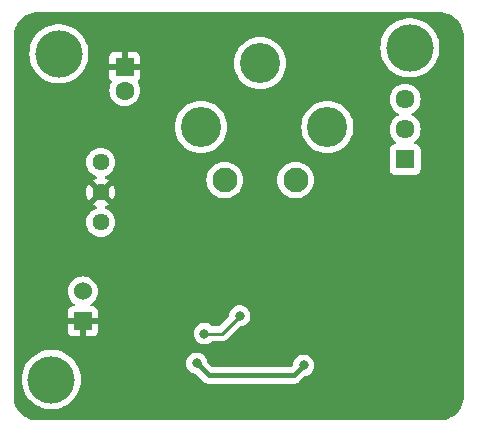
<source format=gbr>
%TF.GenerationSoftware,KiCad,Pcbnew,8.0.2*%
%TF.CreationDate,2024-09-30T17:15:13+02:00*%
%TF.ProjectId,AIR Controller,41495220-436f-46e7-9472-6f6c6c65722e,rev?*%
%TF.SameCoordinates,Original*%
%TF.FileFunction,Copper,L2,Bot*%
%TF.FilePolarity,Positive*%
%FSLAX46Y46*%
G04 Gerber Fmt 4.6, Leading zero omitted, Abs format (unit mm)*
G04 Created by KiCad (PCBNEW 8.0.2) date 2024-09-30 17:15:13*
%MOMM*%
%LPD*%
G01*
G04 APERTURE LIST*
%TA.AperFunction,ComponentPad*%
%ADD10C,2.100000*%
%TD*%
%TA.AperFunction,ComponentPad*%
%ADD11C,3.400000*%
%TD*%
%TA.AperFunction,ComponentPad*%
%ADD12C,4.000000*%
%TD*%
%TA.AperFunction,ComponentPad*%
%ADD13R,1.610000X1.610000*%
%TD*%
%TA.AperFunction,ComponentPad*%
%ADD14C,1.610000*%
%TD*%
%TA.AperFunction,ComponentPad*%
%ADD15R,1.530000X1.530000*%
%TD*%
%TA.AperFunction,ComponentPad*%
%ADD16C,1.530000*%
%TD*%
%TA.AperFunction,ComponentPad*%
%ADD17C,1.440000*%
%TD*%
%TA.AperFunction,ComponentPad*%
%ADD18R,1.600000X1.600000*%
%TD*%
%TA.AperFunction,ComponentPad*%
%ADD19C,1.600000*%
%TD*%
%TA.AperFunction,ViaPad*%
%ADD20C,0.800000*%
%TD*%
%TA.AperFunction,Conductor*%
%ADD21C,0.250000*%
%TD*%
%TA.AperFunction,Conductor*%
%ADD22C,0.400000*%
%TD*%
G04 APERTURE END LIST*
D10*
%TO.P,K2,1*%
%TO.N,Net-(K2-Pad1)*%
X173719500Y-65006500D03*
D11*
%TO.P,K2,2*%
%TO.N,/SC in*%
X176419500Y-60506500D03*
%TO.P,K2,3*%
%TO.N,unconnected-(K2-Pad3)*%
X170719500Y-55106500D03*
%TO.P,K2,4*%
%TO.N,/SC out*%
X165719500Y-60506500D03*
D10*
%TO.P,K2,5*%
%TO.N,+12V*%
X167719500Y-65006500D03*
%TD*%
D12*
%TO.P,,1*%
%TO.N,N/C*%
X153682000Y-54308000D03*
%TD*%
D13*
%TO.P,J1,1,1*%
%TO.N,/Raw_Relay_Closed*%
X183000000Y-63246000D03*
D14*
%TO.P,J1,2,2*%
%TO.N,/SC in*%
X183000000Y-60706000D03*
%TO.P,J1,3,3*%
%TO.N,/SC out*%
X183000000Y-58166000D03*
%TD*%
D15*
%TO.P,J3,1,1*%
%TO.N,GND*%
X155702000Y-76962000D03*
D16*
%TO.P,J3,2,2*%
%TO.N,+12V*%
X155702000Y-74422000D03*
%TD*%
D12*
%TO.P,,1*%
%TO.N,N/C*%
X183400000Y-53800000D03*
%TD*%
%TO.P,,1*%
%TO.N,N/C*%
X153047000Y-81892400D03*
%TD*%
D17*
%TO.P,U1,1,+VIN*%
%TO.N,+12V*%
X157226000Y-68580000D03*
%TO.P,U1,2,GND*%
%TO.N,GND*%
X157226000Y-66040000D03*
%TO.P,U1,3,+VOUT*%
%TO.N,+5V*%
X157226000Y-63500000D03*
%TD*%
D18*
%TO.P,C1,1*%
%TO.N,GND*%
X159258000Y-55432888D03*
D19*
%TO.P,C1,2*%
%TO.N,+12V*%
X159258000Y-57432888D03*
%TD*%
D20*
%TO.N,GND*%
X165500000Y-84000000D03*
X174500000Y-69000000D03*
X177500000Y-84000000D03*
X177139651Y-73289901D03*
X177500000Y-78000000D03*
X186500000Y-78000000D03*
X165389000Y-73414000D03*
%TO.N,+5V*%
X166000000Y-78000000D03*
X169000000Y-76500000D03*
%TO.N,/Relay_Closed*%
X165354000Y-80518000D03*
X174396400Y-80702800D03*
%TD*%
D21*
%TO.N,+5V*%
X166000000Y-78000000D02*
X167500000Y-78000000D01*
X167500000Y-78000000D02*
X169000000Y-76500000D01*
D22*
%TO.N,/Relay_Closed*%
X174396400Y-80702800D02*
X173565200Y-81534000D01*
X173565200Y-81534000D02*
X166370000Y-81534000D01*
X166370000Y-81534000D02*
X165354000Y-80518000D01*
%TD*%
%TA.AperFunction,Conductor*%
%TO.N,GND*%
G36*
X185961121Y-50800020D02*
G01*
X186095109Y-50802409D01*
X186110528Y-50803650D01*
X186376897Y-50841948D01*
X186394184Y-50845708D01*
X186651313Y-50921209D01*
X186667887Y-50927391D01*
X186777159Y-50977293D01*
X186911659Y-51038717D01*
X186927173Y-51047188D01*
X187152628Y-51192080D01*
X187166783Y-51202676D01*
X187314851Y-51330977D01*
X187369317Y-51378172D01*
X187381827Y-51390682D01*
X187557320Y-51593212D01*
X187567921Y-51607374D01*
X187712808Y-51832821D01*
X187721284Y-51848345D01*
X187832608Y-52092112D01*
X187838791Y-52108688D01*
X187914290Y-52365814D01*
X187918051Y-52383102D01*
X187956348Y-52649463D01*
X187957590Y-52664898D01*
X187959980Y-52798877D01*
X187960000Y-52801089D01*
X187960000Y-83342910D01*
X187959980Y-83345122D01*
X187957590Y-83479101D01*
X187956348Y-83494536D01*
X187918051Y-83760897D01*
X187914290Y-83778185D01*
X187838791Y-84035311D01*
X187832608Y-84051887D01*
X187721284Y-84295654D01*
X187712805Y-84311183D01*
X187567922Y-84536624D01*
X187557320Y-84550787D01*
X187381827Y-84753317D01*
X187369317Y-84765827D01*
X187166787Y-84941320D01*
X187152624Y-84951922D01*
X186927183Y-85096805D01*
X186911654Y-85105284D01*
X186667887Y-85216608D01*
X186651311Y-85222791D01*
X186394185Y-85298290D01*
X186376897Y-85302051D01*
X186110536Y-85340348D01*
X186095101Y-85341590D01*
X185964818Y-85343914D01*
X185961120Y-85343980D01*
X185958910Y-85344000D01*
X151861090Y-85344000D01*
X151858879Y-85343980D01*
X151855015Y-85343911D01*
X151724898Y-85341590D01*
X151709463Y-85340348D01*
X151443102Y-85302051D01*
X151425814Y-85298290D01*
X151168688Y-85222791D01*
X151152112Y-85216608D01*
X150908345Y-85105284D01*
X150892821Y-85096808D01*
X150667374Y-84951921D01*
X150653212Y-84941320D01*
X150450682Y-84765827D01*
X150438172Y-84753317D01*
X150262679Y-84550787D01*
X150252077Y-84536624D01*
X150159711Y-84392900D01*
X150107188Y-84311173D01*
X150098715Y-84295654D01*
X150089382Y-84275218D01*
X149987391Y-84051887D01*
X149981208Y-84035311D01*
X149973134Y-84007815D01*
X149905708Y-83778184D01*
X149901948Y-83760897D01*
X149879892Y-83607492D01*
X149863650Y-83494528D01*
X149862409Y-83479109D01*
X149860020Y-83345121D01*
X149860000Y-83342910D01*
X149860000Y-81892394D01*
X150541556Y-81892394D01*
X150541556Y-81892405D01*
X150561310Y-82206404D01*
X150561311Y-82206411D01*
X150620270Y-82515483D01*
X150717497Y-82814716D01*
X150717499Y-82814721D01*
X150851461Y-83099403D01*
X150851464Y-83099409D01*
X151020051Y-83365061D01*
X151020054Y-83365065D01*
X151220606Y-83607490D01*
X151220608Y-83607492D01*
X151449968Y-83822876D01*
X151449978Y-83822884D01*
X151704504Y-84007808D01*
X151704509Y-84007810D01*
X151704516Y-84007816D01*
X151980234Y-84159394D01*
X151980239Y-84159396D01*
X151980241Y-84159397D01*
X151980242Y-84159398D01*
X152272771Y-84275218D01*
X152272774Y-84275219D01*
X152577523Y-84353465D01*
X152577527Y-84353466D01*
X152643010Y-84361738D01*
X152889670Y-84392899D01*
X152889679Y-84392899D01*
X152889682Y-84392900D01*
X152889684Y-84392900D01*
X153204316Y-84392900D01*
X153204318Y-84392900D01*
X153204321Y-84392899D01*
X153204329Y-84392899D01*
X153390593Y-84369368D01*
X153516473Y-84353466D01*
X153821225Y-84275219D01*
X153821228Y-84275218D01*
X154113757Y-84159398D01*
X154113758Y-84159397D01*
X154113756Y-84159397D01*
X154113766Y-84159394D01*
X154389484Y-84007816D01*
X154644030Y-83822878D01*
X154873390Y-83607494D01*
X155073947Y-83365063D01*
X155242537Y-83099407D01*
X155376503Y-82814715D01*
X155473731Y-82515479D01*
X155532688Y-82206415D01*
X155552444Y-81892400D01*
X155533851Y-81596875D01*
X155532689Y-81578395D01*
X155532688Y-81578388D01*
X155532688Y-81578385D01*
X155473731Y-81269321D01*
X155376503Y-80970085D01*
X155242537Y-80685393D01*
X155165454Y-80563929D01*
X155136307Y-80518000D01*
X164448540Y-80518000D01*
X164468326Y-80706256D01*
X164468327Y-80706259D01*
X164526818Y-80886277D01*
X164526821Y-80886284D01*
X164621467Y-81050216D01*
X164640257Y-81071084D01*
X164748129Y-81190888D01*
X164901265Y-81302148D01*
X164901270Y-81302151D01*
X165074191Y-81379142D01*
X165074193Y-81379142D01*
X165074197Y-81379144D01*
X165229130Y-81412075D01*
X165290607Y-81445266D01*
X165291026Y-81445683D01*
X165923453Y-82078111D01*
X165923454Y-82078112D01*
X166038192Y-82154777D01*
X166162833Y-82206404D01*
X166165672Y-82207580D01*
X166165676Y-82207580D01*
X166165677Y-82207581D01*
X166301003Y-82234500D01*
X166301006Y-82234500D01*
X173634196Y-82234500D01*
X173725240Y-82216389D01*
X173769528Y-82207580D01*
X173833269Y-82181177D01*
X173897007Y-82154777D01*
X173897008Y-82154776D01*
X173897011Y-82154775D01*
X174011743Y-82078114D01*
X174459374Y-81630481D01*
X174520694Y-81596999D01*
X174521110Y-81596909D01*
X174676203Y-81563944D01*
X174849130Y-81486951D01*
X175002271Y-81375688D01*
X175128933Y-81235016D01*
X175223579Y-81071084D01*
X175282074Y-80891056D01*
X175301860Y-80702800D01*
X175282074Y-80514544D01*
X175223579Y-80334516D01*
X175128933Y-80170584D01*
X175002271Y-80029912D01*
X175002270Y-80029911D01*
X174849134Y-79918651D01*
X174849129Y-79918648D01*
X174676207Y-79841657D01*
X174676202Y-79841655D01*
X174530401Y-79810665D01*
X174491046Y-79802300D01*
X174301754Y-79802300D01*
X174269297Y-79809198D01*
X174116597Y-79841655D01*
X174116592Y-79841657D01*
X173943670Y-79918648D01*
X173943665Y-79918651D01*
X173790529Y-80029911D01*
X173663866Y-80170585D01*
X173569221Y-80334515D01*
X173569218Y-80334522D01*
X173510727Y-80514539D01*
X173510725Y-80514550D01*
X173505534Y-80563929D01*
X173478949Y-80628543D01*
X173469896Y-80638646D01*
X173311360Y-80797182D01*
X173250040Y-80830666D01*
X173223681Y-80833500D01*
X166711519Y-80833500D01*
X166644480Y-80813815D01*
X166623838Y-80797181D01*
X166280503Y-80453846D01*
X166247018Y-80392523D01*
X166244865Y-80379143D01*
X166239674Y-80329744D01*
X166187959Y-80170584D01*
X166181181Y-80149722D01*
X166181180Y-80149721D01*
X166181179Y-80149716D01*
X166086533Y-79985784D01*
X165959871Y-79845112D01*
X165955116Y-79841657D01*
X165806734Y-79733851D01*
X165806729Y-79733848D01*
X165633807Y-79656857D01*
X165633802Y-79656855D01*
X165485818Y-79625401D01*
X165448646Y-79617500D01*
X165259354Y-79617500D01*
X165226897Y-79624398D01*
X165074197Y-79656855D01*
X165074192Y-79656857D01*
X164901270Y-79733848D01*
X164901265Y-79733851D01*
X164748129Y-79845111D01*
X164621466Y-79985785D01*
X164526821Y-80149715D01*
X164526818Y-80149722D01*
X164517855Y-80177309D01*
X164468326Y-80329744D01*
X164448540Y-80518000D01*
X155136307Y-80518000D01*
X155073948Y-80419738D01*
X155073945Y-80419734D01*
X154873393Y-80177309D01*
X154873391Y-80177307D01*
X154644031Y-79961923D01*
X154644021Y-79961915D01*
X154389495Y-79776991D01*
X154389488Y-79776986D01*
X154389484Y-79776984D01*
X154113766Y-79625406D01*
X154113763Y-79625404D01*
X154113758Y-79625402D01*
X154113757Y-79625401D01*
X153821228Y-79509581D01*
X153821225Y-79509580D01*
X153516476Y-79431334D01*
X153516463Y-79431332D01*
X153204329Y-79391900D01*
X153204318Y-79391900D01*
X152889682Y-79391900D01*
X152889670Y-79391900D01*
X152577536Y-79431332D01*
X152577523Y-79431334D01*
X152272774Y-79509580D01*
X152272771Y-79509581D01*
X151980242Y-79625401D01*
X151980241Y-79625402D01*
X151704516Y-79776984D01*
X151704504Y-79776991D01*
X151449978Y-79961915D01*
X151449968Y-79961923D01*
X151220608Y-80177307D01*
X151220606Y-80177309D01*
X151020054Y-80419734D01*
X151020051Y-80419738D01*
X150851464Y-80685390D01*
X150851461Y-80685396D01*
X150717499Y-80970078D01*
X150717497Y-80970083D01*
X150620270Y-81269316D01*
X150561311Y-81578388D01*
X150561310Y-81578395D01*
X150541556Y-81892394D01*
X149860000Y-81892394D01*
X149860000Y-74421998D01*
X154431666Y-74421998D01*
X154431666Y-74422001D01*
X154450964Y-74642585D01*
X154450965Y-74642592D01*
X154508275Y-74856475D01*
X154508279Y-74856486D01*
X154601856Y-75057163D01*
X154601858Y-75057167D01*
X154728868Y-75238555D01*
X154885445Y-75395132D01*
X154994404Y-75471426D01*
X155038027Y-75526002D01*
X155045220Y-75595501D01*
X155013698Y-75657855D01*
X154953468Y-75693269D01*
X154923279Y-75697000D01*
X154889155Y-75697000D01*
X154829627Y-75703401D01*
X154829620Y-75703403D01*
X154694913Y-75753645D01*
X154694906Y-75753649D01*
X154579812Y-75839809D01*
X154579809Y-75839812D01*
X154493649Y-75954906D01*
X154493645Y-75954913D01*
X154443403Y-76089620D01*
X154443401Y-76089627D01*
X154437000Y-76149155D01*
X154437000Y-76712000D01*
X155257440Y-76712000D01*
X155226755Y-76765147D01*
X155192000Y-76894857D01*
X155192000Y-77029143D01*
X155226755Y-77158853D01*
X155257440Y-77212000D01*
X154437000Y-77212000D01*
X154437000Y-77774844D01*
X154443401Y-77834372D01*
X154443403Y-77834379D01*
X154493645Y-77969086D01*
X154493649Y-77969093D01*
X154579809Y-78084187D01*
X154579812Y-78084190D01*
X154694906Y-78170350D01*
X154694913Y-78170354D01*
X154829620Y-78220596D01*
X154829627Y-78220598D01*
X154889155Y-78226999D01*
X154889172Y-78227000D01*
X155452000Y-78227000D01*
X155452000Y-77406560D01*
X155505147Y-77437245D01*
X155634857Y-77472000D01*
X155769143Y-77472000D01*
X155898853Y-77437245D01*
X155952000Y-77406560D01*
X155952000Y-78227000D01*
X156514828Y-78227000D01*
X156514844Y-78226999D01*
X156574372Y-78220598D01*
X156574379Y-78220596D01*
X156709086Y-78170354D01*
X156709093Y-78170350D01*
X156824187Y-78084190D01*
X156824190Y-78084187D01*
X156887213Y-78000000D01*
X165094540Y-78000000D01*
X165114326Y-78188256D01*
X165114327Y-78188259D01*
X165172818Y-78368277D01*
X165172821Y-78368284D01*
X165267467Y-78532216D01*
X165388401Y-78666526D01*
X165394129Y-78672888D01*
X165547265Y-78784148D01*
X165547270Y-78784151D01*
X165720192Y-78861142D01*
X165720197Y-78861144D01*
X165905354Y-78900500D01*
X165905355Y-78900500D01*
X166094644Y-78900500D01*
X166094646Y-78900500D01*
X166279803Y-78861144D01*
X166452730Y-78784151D01*
X166605871Y-78672888D01*
X166608788Y-78669647D01*
X166611600Y-78666526D01*
X166671087Y-78629879D01*
X166703748Y-78625500D01*
X167561607Y-78625500D01*
X167622029Y-78613481D01*
X167682452Y-78601463D01*
X167732496Y-78580734D01*
X167796286Y-78554312D01*
X167847509Y-78520084D01*
X167898733Y-78485858D01*
X167985858Y-78398733D01*
X167985858Y-78398731D01*
X167996066Y-78388524D01*
X167996067Y-78388521D01*
X168947772Y-77436819D01*
X169009095Y-77403334D01*
X169035453Y-77400500D01*
X169094644Y-77400500D01*
X169094646Y-77400500D01*
X169279803Y-77361144D01*
X169452730Y-77284151D01*
X169605871Y-77172888D01*
X169732533Y-77032216D01*
X169827179Y-76868284D01*
X169885674Y-76688256D01*
X169905460Y-76500000D01*
X169885674Y-76311744D01*
X169827179Y-76131716D01*
X169732533Y-75967784D01*
X169605871Y-75827112D01*
X169605870Y-75827111D01*
X169452734Y-75715851D01*
X169452729Y-75715848D01*
X169279807Y-75638857D01*
X169279802Y-75638855D01*
X169134001Y-75607865D01*
X169094646Y-75599500D01*
X168905354Y-75599500D01*
X168872897Y-75606398D01*
X168720197Y-75638855D01*
X168720192Y-75638857D01*
X168547270Y-75715848D01*
X168547265Y-75715851D01*
X168394129Y-75827111D01*
X168267466Y-75967785D01*
X168172821Y-76131715D01*
X168172818Y-76131722D01*
X168114327Y-76311740D01*
X168114326Y-76311744D01*
X168099585Y-76452000D01*
X168096679Y-76479650D01*
X168070094Y-76544264D01*
X168061038Y-76554369D01*
X167456557Y-77158853D01*
X167277229Y-77338181D01*
X167215906Y-77371666D01*
X167189548Y-77374500D01*
X166703748Y-77374500D01*
X166636709Y-77354815D01*
X166611600Y-77333474D01*
X166605873Y-77327114D01*
X166605869Y-77327110D01*
X166452734Y-77215851D01*
X166452729Y-77215848D01*
X166279807Y-77138857D01*
X166279802Y-77138855D01*
X166134001Y-77107865D01*
X166094646Y-77099500D01*
X165905354Y-77099500D01*
X165872897Y-77106398D01*
X165720197Y-77138855D01*
X165720192Y-77138857D01*
X165547270Y-77215848D01*
X165547265Y-77215851D01*
X165394129Y-77327111D01*
X165267466Y-77467785D01*
X165172821Y-77631715D01*
X165172818Y-77631722D01*
X165114327Y-77811740D01*
X165114326Y-77811744D01*
X165094540Y-78000000D01*
X156887213Y-78000000D01*
X156910350Y-77969093D01*
X156910354Y-77969086D01*
X156960596Y-77834379D01*
X156960598Y-77834372D01*
X156966999Y-77774844D01*
X156967000Y-77774827D01*
X156967000Y-77212000D01*
X156146560Y-77212000D01*
X156177245Y-77158853D01*
X156212000Y-77029143D01*
X156212000Y-76894857D01*
X156177245Y-76765147D01*
X156146560Y-76712000D01*
X156967000Y-76712000D01*
X156967000Y-76149172D01*
X156966999Y-76149155D01*
X156960598Y-76089627D01*
X156960596Y-76089620D01*
X156910354Y-75954913D01*
X156910350Y-75954906D01*
X156824190Y-75839812D01*
X156824187Y-75839809D01*
X156709093Y-75753649D01*
X156709086Y-75753645D01*
X156574379Y-75703403D01*
X156574372Y-75703401D01*
X156514844Y-75697000D01*
X156480721Y-75697000D01*
X156413682Y-75677315D01*
X156367927Y-75624511D01*
X156357983Y-75555353D01*
X156387008Y-75491797D01*
X156409593Y-75471427D01*
X156518555Y-75395132D01*
X156675132Y-75238555D01*
X156802142Y-75057167D01*
X156895723Y-74856480D01*
X156953035Y-74642591D01*
X156972334Y-74422000D01*
X156953035Y-74201409D01*
X156895723Y-73987520D01*
X156802142Y-73786833D01*
X156675132Y-73605445D01*
X156518555Y-73448868D01*
X156337167Y-73321858D01*
X156337163Y-73321856D01*
X156136486Y-73228279D01*
X156136475Y-73228275D01*
X155922592Y-73170965D01*
X155922585Y-73170964D01*
X155702002Y-73151666D01*
X155701998Y-73151666D01*
X155481414Y-73170964D01*
X155481407Y-73170965D01*
X155267524Y-73228275D01*
X155267513Y-73228279D01*
X155066836Y-73321856D01*
X155066834Y-73321857D01*
X154885444Y-73448868D01*
X154728868Y-73605444D01*
X154601857Y-73786834D01*
X154601856Y-73786836D01*
X154508279Y-73987513D01*
X154508275Y-73987524D01*
X154450965Y-74201407D01*
X154450964Y-74201414D01*
X154431666Y-74421998D01*
X149860000Y-74421998D01*
X149860000Y-63499998D01*
X156000838Y-63499998D01*
X156000838Y-63500001D01*
X156019450Y-63712741D01*
X156019452Y-63712752D01*
X156074721Y-63919022D01*
X156074723Y-63919026D01*
X156074724Y-63919030D01*
X156117171Y-64010058D01*
X156164977Y-64112578D01*
X156287472Y-64287521D01*
X156438478Y-64438527D01*
X156438481Y-64438529D01*
X156613419Y-64561021D01*
X156613421Y-64561022D01*
X156613420Y-64561022D01*
X156677936Y-64591106D01*
X156806970Y-64651276D01*
X156806983Y-64651279D01*
X156812064Y-64653130D01*
X156811390Y-64654978D01*
X156863680Y-64686857D01*
X156894204Y-64749707D01*
X156885903Y-64819082D01*
X156841413Y-64872956D01*
X156811904Y-64886432D01*
X156812236Y-64887342D01*
X156807140Y-64889197D01*
X156613671Y-64979412D01*
X156613669Y-64979413D01*
X156557969Y-65018415D01*
X156557968Y-65018415D01*
X157121085Y-65581531D01*
X157044587Y-65602029D01*
X156937413Y-65663906D01*
X156849906Y-65751413D01*
X156788029Y-65858587D01*
X156767531Y-65935084D01*
X156204415Y-65371968D01*
X156204415Y-65371969D01*
X156165413Y-65427669D01*
X156165412Y-65427671D01*
X156075197Y-65621140D01*
X156075194Y-65621146D01*
X156019945Y-65827337D01*
X156019944Y-65827345D01*
X156001340Y-66039997D01*
X156001340Y-66040002D01*
X156019944Y-66252654D01*
X156019945Y-66252662D01*
X156075194Y-66458853D01*
X156075197Y-66458859D01*
X156165413Y-66652329D01*
X156204415Y-66708030D01*
X156767531Y-66144914D01*
X156788029Y-66221413D01*
X156849906Y-66328587D01*
X156937413Y-66416094D01*
X157044587Y-66477971D01*
X157121084Y-66498468D01*
X156557968Y-67061584D01*
X156613663Y-67100582D01*
X156613669Y-67100586D01*
X156807140Y-67190802D01*
X156812236Y-67192658D01*
X156811542Y-67194563D01*
X156863647Y-67226302D01*
X156894196Y-67289139D01*
X156885922Y-67358518D01*
X156841454Y-67412409D01*
X156811744Y-67425991D01*
X156812064Y-67426870D01*
X156806972Y-67428723D01*
X156806970Y-67428724D01*
X156806968Y-67428725D01*
X156613421Y-67518977D01*
X156438478Y-67641472D01*
X156287472Y-67792478D01*
X156164977Y-67967421D01*
X156074725Y-68160968D01*
X156074721Y-68160977D01*
X156019452Y-68367247D01*
X156019450Y-68367258D01*
X156000838Y-68579998D01*
X156000838Y-68580001D01*
X156019450Y-68792741D01*
X156019452Y-68792752D01*
X156074721Y-68999022D01*
X156074723Y-68999026D01*
X156074724Y-68999030D01*
X156117171Y-69090058D01*
X156164977Y-69192578D01*
X156287472Y-69367521D01*
X156438478Y-69518527D01*
X156438481Y-69518529D01*
X156613419Y-69641021D01*
X156613421Y-69641022D01*
X156613420Y-69641022D01*
X156677936Y-69671106D01*
X156806970Y-69731276D01*
X157013253Y-69786549D01*
X157165215Y-69799844D01*
X157225998Y-69805162D01*
X157226000Y-69805162D01*
X157226002Y-69805162D01*
X157279186Y-69800508D01*
X157438747Y-69786549D01*
X157645030Y-69731276D01*
X157838581Y-69641021D01*
X158013519Y-69518529D01*
X158164529Y-69367519D01*
X158287021Y-69192581D01*
X158377276Y-68999030D01*
X158432549Y-68792747D01*
X158451162Y-68580000D01*
X158432549Y-68367253D01*
X158377276Y-68160970D01*
X158287021Y-67967419D01*
X158164529Y-67792481D01*
X158164527Y-67792478D01*
X158013521Y-67641472D01*
X157838578Y-67518977D01*
X157838579Y-67518977D01*
X157709547Y-67458809D01*
X157645030Y-67428724D01*
X157645023Y-67428722D01*
X157639936Y-67426870D01*
X157640606Y-67425028D01*
X157588293Y-67393114D01*
X157557789Y-67330255D01*
X157566111Y-67260883D01*
X157610617Y-67207022D01*
X157640097Y-67193574D01*
X157639764Y-67192658D01*
X157644864Y-67190801D01*
X157838325Y-67100589D01*
X157894030Y-67061583D01*
X157330915Y-66498467D01*
X157407413Y-66477971D01*
X157514587Y-66416094D01*
X157602094Y-66328587D01*
X157663971Y-66221413D01*
X157684468Y-66144915D01*
X158247583Y-66708029D01*
X158286589Y-66652325D01*
X158376801Y-66458864D01*
X158376805Y-66458853D01*
X158432054Y-66252662D01*
X158432055Y-66252654D01*
X158450660Y-66040002D01*
X158450660Y-66039997D01*
X158432055Y-65827345D01*
X158432054Y-65827337D01*
X158376805Y-65621146D01*
X158376802Y-65621140D01*
X158286586Y-65427669D01*
X158286582Y-65427663D01*
X158247584Y-65371968D01*
X157684468Y-65935084D01*
X157663971Y-65858587D01*
X157602094Y-65751413D01*
X157514587Y-65663906D01*
X157407413Y-65602029D01*
X157330914Y-65581531D01*
X157894030Y-65018415D01*
X157877014Y-65006500D01*
X166164206Y-65006500D01*
X166183353Y-65249797D01*
X166183353Y-65249800D01*
X166183354Y-65249802D01*
X166226057Y-65427671D01*
X166240330Y-65487119D01*
X166333722Y-65712589D01*
X166461237Y-65920673D01*
X166461238Y-65920676D01*
X166461241Y-65920679D01*
X166619741Y-66106259D01*
X166754569Y-66221413D01*
X166805323Y-66264761D01*
X166805326Y-66264762D01*
X167013410Y-66392277D01*
X167238881Y-66485669D01*
X167238878Y-66485669D01*
X167238884Y-66485670D01*
X167238888Y-66485672D01*
X167476198Y-66542646D01*
X167719500Y-66561794D01*
X167962802Y-66542646D01*
X168200112Y-66485672D01*
X168425589Y-66392277D01*
X168633679Y-66264759D01*
X168819259Y-66106259D01*
X168977759Y-65920679D01*
X169105277Y-65712589D01*
X169198672Y-65487112D01*
X169255646Y-65249802D01*
X169274794Y-65006500D01*
X172164206Y-65006500D01*
X172183353Y-65249797D01*
X172183353Y-65249800D01*
X172183354Y-65249802D01*
X172226057Y-65427671D01*
X172240330Y-65487119D01*
X172333722Y-65712589D01*
X172461237Y-65920673D01*
X172461238Y-65920676D01*
X172461241Y-65920679D01*
X172619741Y-66106259D01*
X172754569Y-66221413D01*
X172805323Y-66264761D01*
X172805326Y-66264762D01*
X173013410Y-66392277D01*
X173238881Y-66485669D01*
X173238878Y-66485669D01*
X173238884Y-66485670D01*
X173238888Y-66485672D01*
X173476198Y-66542646D01*
X173719500Y-66561794D01*
X173962802Y-66542646D01*
X174200112Y-66485672D01*
X174425589Y-66392277D01*
X174633679Y-66264759D01*
X174819259Y-66106259D01*
X174977759Y-65920679D01*
X175105277Y-65712589D01*
X175198672Y-65487112D01*
X175255646Y-65249802D01*
X175274794Y-65006500D01*
X175255646Y-64763198D01*
X175198672Y-64525888D01*
X175185794Y-64494797D01*
X175105277Y-64300410D01*
X174977762Y-64092326D01*
X174977761Y-64092323D01*
X174941953Y-64050397D01*
X174819259Y-63906741D01*
X174696563Y-63801949D01*
X174633676Y-63748238D01*
X174633673Y-63748237D01*
X174425589Y-63620722D01*
X174200118Y-63527330D01*
X174200121Y-63527330D01*
X174086289Y-63500001D01*
X173962802Y-63470354D01*
X173962800Y-63470353D01*
X173962797Y-63470353D01*
X173719500Y-63451206D01*
X173476202Y-63470353D01*
X173476198Y-63470354D01*
X173352716Y-63500000D01*
X173238880Y-63527330D01*
X173013410Y-63620722D01*
X172805326Y-63748237D01*
X172805323Y-63748238D01*
X172619741Y-63906741D01*
X172461238Y-64092323D01*
X172461237Y-64092326D01*
X172333722Y-64300410D01*
X172240330Y-64525880D01*
X172240328Y-64525887D01*
X172240328Y-64525888D01*
X172234179Y-64551499D01*
X172183353Y-64763202D01*
X172164206Y-65006500D01*
X169274794Y-65006500D01*
X169255646Y-64763198D01*
X169198672Y-64525888D01*
X169185794Y-64494797D01*
X169105277Y-64300410D01*
X168977762Y-64092326D01*
X168977761Y-64092323D01*
X168941953Y-64050397D01*
X168819259Y-63906741D01*
X168696563Y-63801949D01*
X168633676Y-63748238D01*
X168633673Y-63748237D01*
X168425589Y-63620722D01*
X168200118Y-63527330D01*
X168200121Y-63527330D01*
X168086289Y-63500001D01*
X167962802Y-63470354D01*
X167962800Y-63470353D01*
X167962797Y-63470353D01*
X167719500Y-63451206D01*
X167476202Y-63470353D01*
X167476198Y-63470354D01*
X167352716Y-63500000D01*
X167238880Y-63527330D01*
X167013410Y-63620722D01*
X166805326Y-63748237D01*
X166805323Y-63748238D01*
X166619741Y-63906741D01*
X166461238Y-64092323D01*
X166461237Y-64092326D01*
X166333722Y-64300410D01*
X166240330Y-64525880D01*
X166240328Y-64525887D01*
X166240328Y-64525888D01*
X166234179Y-64551499D01*
X166183353Y-64763202D01*
X166164206Y-65006500D01*
X157877014Y-65006500D01*
X157838329Y-64979413D01*
X157644859Y-64889197D01*
X157639764Y-64887342D01*
X157640455Y-64885443D01*
X157588325Y-64853667D01*
X157557797Y-64790820D01*
X157566093Y-64721444D01*
X157610579Y-64667567D01*
X157640257Y-64654014D01*
X157639936Y-64653130D01*
X157645013Y-64651280D01*
X157645030Y-64651276D01*
X157838581Y-64561021D01*
X158013519Y-64438529D01*
X158164529Y-64287519D01*
X158287021Y-64112581D01*
X158377276Y-63919030D01*
X158432549Y-63712747D01*
X158451162Y-63500000D01*
X158432549Y-63287253D01*
X158377276Y-63080970D01*
X158287021Y-62887419D01*
X158164529Y-62712481D01*
X158164527Y-62712478D01*
X158013521Y-62561472D01*
X157838578Y-62438977D01*
X157838579Y-62438977D01*
X157709547Y-62378809D01*
X157645030Y-62348724D01*
X157645026Y-62348723D01*
X157645022Y-62348721D01*
X157438752Y-62293452D01*
X157438748Y-62293451D01*
X157438747Y-62293451D01*
X157438746Y-62293450D01*
X157438741Y-62293450D01*
X157226002Y-62274838D01*
X157225998Y-62274838D01*
X157013258Y-62293450D01*
X157013247Y-62293452D01*
X156806977Y-62348721D01*
X156806968Y-62348725D01*
X156613421Y-62438977D01*
X156438478Y-62561472D01*
X156287472Y-62712478D01*
X156164977Y-62887421D01*
X156074725Y-63080968D01*
X156074721Y-63080977D01*
X156019452Y-63287247D01*
X156019450Y-63287258D01*
X156000838Y-63499998D01*
X149860000Y-63499998D01*
X149860000Y-60506500D01*
X163514278Y-60506500D01*
X163533144Y-60794337D01*
X163533146Y-60794349D01*
X163589417Y-61077245D01*
X163589421Y-61077260D01*
X163682142Y-61350405D01*
X163809719Y-61609106D01*
X163809723Y-61609113D01*
X163969978Y-61848952D01*
X164160172Y-62065827D01*
X164311652Y-62198671D01*
X164377046Y-62256020D01*
X164616889Y-62416278D01*
X164875598Y-62543859D01*
X165148747Y-62636581D01*
X165431661Y-62692856D01*
X165719500Y-62711722D01*
X166007339Y-62692856D01*
X166290253Y-62636581D01*
X166563402Y-62543859D01*
X166822111Y-62416278D01*
X167061954Y-62256020D01*
X167278827Y-62065827D01*
X167469020Y-61848954D01*
X167629278Y-61609111D01*
X167756859Y-61350402D01*
X167849581Y-61077253D01*
X167905856Y-60794339D01*
X167924722Y-60506500D01*
X174214278Y-60506500D01*
X174233144Y-60794337D01*
X174233146Y-60794349D01*
X174289417Y-61077245D01*
X174289421Y-61077260D01*
X174382142Y-61350405D01*
X174509719Y-61609106D01*
X174509723Y-61609113D01*
X174669978Y-61848952D01*
X174860172Y-62065827D01*
X175011652Y-62198671D01*
X175077046Y-62256020D01*
X175316889Y-62416278D01*
X175575598Y-62543859D01*
X175848747Y-62636581D01*
X176131661Y-62692856D01*
X176419500Y-62711722D01*
X176707339Y-62692856D01*
X176990253Y-62636581D01*
X177263402Y-62543859D01*
X177522111Y-62416278D01*
X177761954Y-62256020D01*
X177978827Y-62065827D01*
X178169020Y-61848954D01*
X178329278Y-61609111D01*
X178456859Y-61350402D01*
X178549581Y-61077253D01*
X178605856Y-60794339D01*
X178624722Y-60506500D01*
X178605856Y-60218661D01*
X178549581Y-59935747D01*
X178456859Y-59662598D01*
X178329278Y-59403889D01*
X178169020Y-59164046D01*
X178032495Y-59008369D01*
X177978827Y-58947172D01*
X177761952Y-58756978D01*
X177522113Y-58596723D01*
X177522106Y-58596719D01*
X177263405Y-58469142D01*
X176990260Y-58376421D01*
X176990254Y-58376419D01*
X176990253Y-58376419D01*
X176990251Y-58376418D01*
X176990245Y-58376417D01*
X176707349Y-58320146D01*
X176707339Y-58320144D01*
X176419500Y-58301278D01*
X176131661Y-58320144D01*
X176131655Y-58320145D01*
X176131650Y-58320146D01*
X175848754Y-58376417D01*
X175848739Y-58376421D01*
X175575594Y-58469142D01*
X175316893Y-58596719D01*
X175316886Y-58596723D01*
X175077047Y-58756978D01*
X174860172Y-58947172D01*
X174669978Y-59164047D01*
X174509723Y-59403886D01*
X174509719Y-59403893D01*
X174382142Y-59662594D01*
X174289421Y-59935739D01*
X174289417Y-59935754D01*
X174233146Y-60218650D01*
X174233144Y-60218662D01*
X174214278Y-60506500D01*
X167924722Y-60506500D01*
X167905856Y-60218661D01*
X167849581Y-59935747D01*
X167756859Y-59662598D01*
X167629278Y-59403889D01*
X167469020Y-59164046D01*
X167332495Y-59008369D01*
X167278827Y-58947172D01*
X167061952Y-58756978D01*
X166822113Y-58596723D01*
X166822106Y-58596719D01*
X166563405Y-58469142D01*
X166290260Y-58376421D01*
X166290254Y-58376419D01*
X166290253Y-58376419D01*
X166290251Y-58376418D01*
X166290245Y-58376417D01*
X166007349Y-58320146D01*
X166007339Y-58320144D01*
X165719500Y-58301278D01*
X165431661Y-58320144D01*
X165431655Y-58320145D01*
X165431650Y-58320146D01*
X165148754Y-58376417D01*
X165148739Y-58376421D01*
X164875594Y-58469142D01*
X164616893Y-58596719D01*
X164616886Y-58596723D01*
X164377047Y-58756978D01*
X164160172Y-58947172D01*
X163969978Y-59164047D01*
X163809723Y-59403886D01*
X163809719Y-59403893D01*
X163682142Y-59662594D01*
X163589421Y-59935739D01*
X163589417Y-59935754D01*
X163533146Y-60218650D01*
X163533144Y-60218662D01*
X163514278Y-60506500D01*
X149860000Y-60506500D01*
X149860000Y-57432886D01*
X157952532Y-57432886D01*
X157952532Y-57432889D01*
X157972364Y-57659574D01*
X157972366Y-57659585D01*
X158031258Y-57879376D01*
X158031261Y-57879385D01*
X158127431Y-58085620D01*
X158127432Y-58085622D01*
X158257954Y-58272029D01*
X158418858Y-58432933D01*
X158418861Y-58432935D01*
X158605266Y-58563456D01*
X158811504Y-58659627D01*
X159031308Y-58718523D01*
X159193230Y-58732689D01*
X159257998Y-58738356D01*
X159258000Y-58738356D01*
X159258002Y-58738356D01*
X159314673Y-58733397D01*
X159484692Y-58718523D01*
X159704496Y-58659627D01*
X159910734Y-58563456D01*
X160097139Y-58432935D01*
X160258047Y-58272027D01*
X160332289Y-58165998D01*
X181689513Y-58165998D01*
X181689513Y-58166001D01*
X181709421Y-58393558D01*
X181709423Y-58393568D01*
X181768542Y-58614205D01*
X181768544Y-58614209D01*
X181768545Y-58614213D01*
X181789722Y-58659627D01*
X181865084Y-58821243D01*
X181865085Y-58821244D01*
X181996109Y-59008365D01*
X182157635Y-59169891D01*
X182344756Y-59300915D01*
X182393443Y-59323618D01*
X182445882Y-59369790D01*
X182465034Y-59436984D01*
X182444818Y-59503865D01*
X182393444Y-59548381D01*
X182344759Y-59571084D01*
X182344753Y-59571087D01*
X182344752Y-59571087D01*
X182157633Y-59702109D01*
X181996109Y-59863633D01*
X181865087Y-60050752D01*
X181865085Y-60050756D01*
X181768546Y-60257785D01*
X181768542Y-60257794D01*
X181709423Y-60478431D01*
X181709421Y-60478441D01*
X181689513Y-60705998D01*
X181689513Y-60706001D01*
X181709421Y-60933558D01*
X181709423Y-60933568D01*
X181768542Y-61154205D01*
X181768544Y-61154209D01*
X181768545Y-61154213D01*
X181816815Y-61257728D01*
X181865084Y-61361243D01*
X181865085Y-61361244D01*
X181996109Y-61548365D01*
X182157635Y-61709891D01*
X182171052Y-61719285D01*
X182214676Y-61773859D01*
X182221870Y-61843358D01*
X182190348Y-61905713D01*
X182130119Y-61941127D01*
X182113185Y-61944148D01*
X182087519Y-61946907D01*
X181952671Y-61997202D01*
X181952664Y-61997206D01*
X181837455Y-62083452D01*
X181837452Y-62083455D01*
X181751206Y-62198664D01*
X181751202Y-62198671D01*
X181700908Y-62333517D01*
X181694501Y-62393116D01*
X181694501Y-62393123D01*
X181694500Y-62393135D01*
X181694500Y-64098870D01*
X181694501Y-64098876D01*
X181700908Y-64158483D01*
X181751202Y-64293328D01*
X181751206Y-64293335D01*
X181837452Y-64408544D01*
X181837455Y-64408547D01*
X181952664Y-64494793D01*
X181952671Y-64494797D01*
X182087517Y-64545091D01*
X182087516Y-64545091D01*
X182094444Y-64545835D01*
X182147127Y-64551500D01*
X183852872Y-64551499D01*
X183912483Y-64545091D01*
X184047331Y-64494796D01*
X184162546Y-64408546D01*
X184248796Y-64293331D01*
X184299091Y-64158483D01*
X184305500Y-64098873D01*
X184305499Y-62393128D01*
X184299091Y-62333517D01*
X184284147Y-62293451D01*
X184248797Y-62198671D01*
X184248793Y-62198664D01*
X184162547Y-62083455D01*
X184162544Y-62083452D01*
X184047335Y-61997206D01*
X184047328Y-61997202D01*
X183912482Y-61946908D01*
X183912484Y-61946908D01*
X183886815Y-61944149D01*
X183822264Y-61917411D01*
X183782416Y-61860018D01*
X183779923Y-61790193D01*
X183815576Y-61730104D01*
X183828941Y-61719290D01*
X183842365Y-61709891D01*
X184003891Y-61548365D01*
X184134915Y-61361244D01*
X184231455Y-61154213D01*
X184290578Y-60933564D01*
X184310487Y-60706000D01*
X184290578Y-60478436D01*
X184231455Y-60257787D01*
X184134915Y-60050757D01*
X184134913Y-60050754D01*
X184134912Y-60050752D01*
X184003890Y-59863633D01*
X183842369Y-59702113D01*
X183842365Y-59702109D01*
X183655244Y-59571085D01*
X183606556Y-59548381D01*
X183554117Y-59502210D01*
X183534965Y-59435017D01*
X183555180Y-59368136D01*
X183606557Y-59323618D01*
X183655244Y-59300915D01*
X183842365Y-59169891D01*
X184003891Y-59008365D01*
X184134915Y-58821244D01*
X184231455Y-58614213D01*
X184290578Y-58393564D01*
X184310487Y-58166000D01*
X184290578Y-57938436D01*
X184231455Y-57717787D01*
X184134915Y-57510757D01*
X184134913Y-57510754D01*
X184134912Y-57510752D01*
X184003890Y-57323633D01*
X183842369Y-57162113D01*
X183842365Y-57162109D01*
X183655244Y-57031085D01*
X183655245Y-57031085D01*
X183655243Y-57031084D01*
X183551728Y-56982815D01*
X183448213Y-56934545D01*
X183448209Y-56934544D01*
X183448205Y-56934542D01*
X183227568Y-56875423D01*
X183227566Y-56875422D01*
X183227564Y-56875422D01*
X183227562Y-56875421D01*
X183227558Y-56875421D01*
X183000002Y-56855513D01*
X182999998Y-56855513D01*
X182772441Y-56875421D01*
X182772431Y-56875423D01*
X182551794Y-56934542D01*
X182551785Y-56934546D01*
X182344756Y-57031085D01*
X182344752Y-57031087D01*
X182157633Y-57162109D01*
X181996109Y-57323633D01*
X181865087Y-57510752D01*
X181865085Y-57510756D01*
X181768546Y-57717785D01*
X181768542Y-57717794D01*
X181709423Y-57938431D01*
X181709421Y-57938441D01*
X181689513Y-58165998D01*
X160332289Y-58165998D01*
X160388568Y-58085622D01*
X160484739Y-57879384D01*
X160543635Y-57659580D01*
X160563468Y-57432888D01*
X160543635Y-57206196D01*
X160484739Y-56986392D01*
X160388568Y-56780154D01*
X160379300Y-56766918D01*
X160356974Y-56700714D01*
X160373986Y-56632947D01*
X160406568Y-56596530D01*
X160415188Y-56590076D01*
X160415190Y-56590074D01*
X160501352Y-56474976D01*
X160501354Y-56474974D01*
X160551596Y-56340267D01*
X160551598Y-56340260D01*
X160557999Y-56280732D01*
X160558000Y-56280715D01*
X160558000Y-55682888D01*
X159573686Y-55682888D01*
X159578080Y-55678494D01*
X159630741Y-55587282D01*
X159658000Y-55485549D01*
X159658000Y-55380227D01*
X159630741Y-55278494D01*
X159578080Y-55187282D01*
X159573686Y-55182888D01*
X160558000Y-55182888D01*
X160558000Y-55106500D01*
X168514278Y-55106500D01*
X168533144Y-55394337D01*
X168533146Y-55394349D01*
X168589417Y-55677245D01*
X168589421Y-55677260D01*
X168682142Y-55950405D01*
X168809719Y-56209106D01*
X168809723Y-56209113D01*
X168969978Y-56448952D01*
X169160172Y-56665827D01*
X169377047Y-56856021D01*
X169494562Y-56934542D01*
X169616889Y-57016278D01*
X169875598Y-57143859D01*
X170148747Y-57236581D01*
X170431661Y-57292856D01*
X170719500Y-57311722D01*
X171007339Y-57292856D01*
X171290253Y-57236581D01*
X171563402Y-57143859D01*
X171822111Y-57016278D01*
X172061954Y-56856020D01*
X172278827Y-56665827D01*
X172469020Y-56448954D01*
X172629278Y-56209111D01*
X172756859Y-55950402D01*
X172849581Y-55677253D01*
X172905856Y-55394339D01*
X172924722Y-55106500D01*
X172905856Y-54818661D01*
X172849581Y-54535747D01*
X172756859Y-54262598D01*
X172629278Y-54003889D01*
X172493040Y-53799994D01*
X180894556Y-53799994D01*
X180894556Y-53800005D01*
X180914310Y-54114004D01*
X180914311Y-54114011D01*
X180942655Y-54262594D01*
X180967110Y-54390794D01*
X180973270Y-54423083D01*
X181070497Y-54722316D01*
X181070499Y-54722321D01*
X181204461Y-55007003D01*
X181204464Y-55007009D01*
X181373051Y-55272661D01*
X181373054Y-55272665D01*
X181573606Y-55515090D01*
X181573608Y-55515092D01*
X181802968Y-55730476D01*
X181802978Y-55730484D01*
X182057504Y-55915408D01*
X182057509Y-55915410D01*
X182057516Y-55915416D01*
X182333234Y-56066994D01*
X182333239Y-56066996D01*
X182333241Y-56066997D01*
X182333242Y-56066998D01*
X182625771Y-56182818D01*
X182625774Y-56182819D01*
X182842576Y-56238484D01*
X182930527Y-56261066D01*
X182996010Y-56269338D01*
X183242670Y-56300499D01*
X183242679Y-56300499D01*
X183242682Y-56300500D01*
X183242684Y-56300500D01*
X183557316Y-56300500D01*
X183557318Y-56300500D01*
X183557321Y-56300499D01*
X183557329Y-56300499D01*
X183743593Y-56276968D01*
X183869473Y-56261066D01*
X184174225Y-56182819D01*
X184264055Y-56147253D01*
X184466757Y-56066998D01*
X184466758Y-56066997D01*
X184466756Y-56066997D01*
X184466766Y-56066994D01*
X184742484Y-55915416D01*
X184997030Y-55730478D01*
X185226390Y-55515094D01*
X185426947Y-55272663D01*
X185595537Y-55007007D01*
X185729503Y-54722315D01*
X185826731Y-54423079D01*
X185885688Y-54114015D01*
X185885689Y-54114004D01*
X185905444Y-53800005D01*
X185905444Y-53799994D01*
X185885689Y-53485995D01*
X185885688Y-53485988D01*
X185885688Y-53485985D01*
X185826731Y-53176921D01*
X185729503Y-52877685D01*
X185595537Y-52592993D01*
X185560414Y-52537648D01*
X185426948Y-52327338D01*
X185426945Y-52327334D01*
X185226393Y-52084909D01*
X185226391Y-52084907D01*
X184997031Y-51869523D01*
X184997021Y-51869515D01*
X184742495Y-51684591D01*
X184742488Y-51684586D01*
X184742484Y-51684584D01*
X184466766Y-51533006D01*
X184466763Y-51533004D01*
X184466758Y-51533002D01*
X184466757Y-51533001D01*
X184174228Y-51417181D01*
X184174225Y-51417180D01*
X183869476Y-51338934D01*
X183869463Y-51338932D01*
X183557329Y-51299500D01*
X183557318Y-51299500D01*
X183242682Y-51299500D01*
X183242670Y-51299500D01*
X182930536Y-51338932D01*
X182930523Y-51338934D01*
X182625774Y-51417180D01*
X182625771Y-51417181D01*
X182333242Y-51533001D01*
X182333241Y-51533002D01*
X182057516Y-51684584D01*
X182057504Y-51684591D01*
X181802978Y-51869515D01*
X181802968Y-51869523D01*
X181573608Y-52084907D01*
X181573606Y-52084909D01*
X181373054Y-52327334D01*
X181373051Y-52327338D01*
X181204464Y-52592990D01*
X181204461Y-52592996D01*
X181070499Y-52877678D01*
X181070497Y-52877683D01*
X180973270Y-53176916D01*
X180914311Y-53485988D01*
X180914310Y-53485995D01*
X180894556Y-53799994D01*
X172493040Y-53799994D01*
X172469020Y-53764046D01*
X172399625Y-53684916D01*
X172278827Y-53547172D01*
X172061952Y-53356978D01*
X171822113Y-53196723D01*
X171822106Y-53196719D01*
X171563405Y-53069142D01*
X171290260Y-52976421D01*
X171290254Y-52976419D01*
X171290253Y-52976419D01*
X171290251Y-52976418D01*
X171290245Y-52976417D01*
X171007349Y-52920146D01*
X171007339Y-52920144D01*
X170719500Y-52901278D01*
X170431661Y-52920144D01*
X170431655Y-52920145D01*
X170431650Y-52920146D01*
X170148754Y-52976417D01*
X170148739Y-52976421D01*
X169875594Y-53069142D01*
X169616893Y-53196719D01*
X169616886Y-53196723D01*
X169377047Y-53356978D01*
X169160172Y-53547172D01*
X168969978Y-53764047D01*
X168809723Y-54003886D01*
X168809719Y-54003893D01*
X168682142Y-54262594D01*
X168589421Y-54535739D01*
X168589417Y-54535754D01*
X168533146Y-54818650D01*
X168533144Y-54818662D01*
X168514278Y-55106500D01*
X160558000Y-55106500D01*
X160558000Y-54585060D01*
X160557999Y-54585043D01*
X160551598Y-54525515D01*
X160551596Y-54525508D01*
X160501354Y-54390801D01*
X160501350Y-54390794D01*
X160415190Y-54275700D01*
X160415187Y-54275697D01*
X160300093Y-54189537D01*
X160300086Y-54189533D01*
X160165379Y-54139291D01*
X160165372Y-54139289D01*
X160105844Y-54132888D01*
X159508000Y-54132888D01*
X159508000Y-55117202D01*
X159503606Y-55112808D01*
X159412394Y-55060147D01*
X159310661Y-55032888D01*
X159205339Y-55032888D01*
X159103606Y-55060147D01*
X159012394Y-55112808D01*
X159008000Y-55117202D01*
X159008000Y-54132888D01*
X158410155Y-54132888D01*
X158350627Y-54139289D01*
X158350620Y-54139291D01*
X158215913Y-54189533D01*
X158215906Y-54189537D01*
X158100812Y-54275697D01*
X158100809Y-54275700D01*
X158014649Y-54390794D01*
X158014645Y-54390801D01*
X157964403Y-54525508D01*
X157964401Y-54525515D01*
X157958000Y-54585043D01*
X157958000Y-55182888D01*
X158942314Y-55182888D01*
X158937920Y-55187282D01*
X158885259Y-55278494D01*
X158858000Y-55380227D01*
X158858000Y-55485549D01*
X158885259Y-55587282D01*
X158937920Y-55678494D01*
X158942314Y-55682888D01*
X157958000Y-55682888D01*
X157958000Y-56280732D01*
X157964401Y-56340260D01*
X157964403Y-56340267D01*
X158014645Y-56474974D01*
X158014649Y-56474981D01*
X158100808Y-56590074D01*
X158109430Y-56596528D01*
X158151303Y-56652461D01*
X158156289Y-56722152D01*
X158136699Y-56766917D01*
X158127434Y-56780148D01*
X158127434Y-56780149D01*
X158031261Y-56986390D01*
X158031258Y-56986399D01*
X157972366Y-57206190D01*
X157972364Y-57206201D01*
X157952532Y-57432886D01*
X149860000Y-57432886D01*
X149860000Y-54307994D01*
X151176556Y-54307994D01*
X151176556Y-54308005D01*
X151196310Y-54622004D01*
X151196311Y-54622011D01*
X151255270Y-54931083D01*
X151352497Y-55230316D01*
X151352499Y-55230321D01*
X151486461Y-55515003D01*
X151486464Y-55515009D01*
X151655051Y-55780661D01*
X151655054Y-55780665D01*
X151855606Y-56023090D01*
X151855608Y-56023092D01*
X151855610Y-56023094D01*
X152053698Y-56209111D01*
X152084968Y-56238476D01*
X152084978Y-56238484D01*
X152339504Y-56423408D01*
X152339509Y-56423410D01*
X152339516Y-56423416D01*
X152615234Y-56574994D01*
X152615239Y-56574996D01*
X152615241Y-56574997D01*
X152615242Y-56574998D01*
X152907771Y-56690818D01*
X152907774Y-56690819D01*
X153204157Y-56766917D01*
X153212527Y-56769066D01*
X153278010Y-56777338D01*
X153524670Y-56808499D01*
X153524679Y-56808499D01*
X153524682Y-56808500D01*
X153524684Y-56808500D01*
X153839316Y-56808500D01*
X153839318Y-56808500D01*
X153839321Y-56808499D01*
X153839329Y-56808499D01*
X154025593Y-56784968D01*
X154151473Y-56769066D01*
X154456225Y-56690819D01*
X154519348Y-56665827D01*
X154748757Y-56574998D01*
X154748758Y-56574997D01*
X154748756Y-56574997D01*
X154748766Y-56574994D01*
X155024484Y-56423416D01*
X155279030Y-56238478D01*
X155508390Y-56023094D01*
X155708947Y-55780663D01*
X155877537Y-55515007D01*
X156011503Y-55230315D01*
X156108731Y-54931079D01*
X156167688Y-54622015D01*
X156173115Y-54535754D01*
X156187444Y-54308005D01*
X156187444Y-54307994D01*
X156167689Y-53993995D01*
X156167688Y-53993988D01*
X156167688Y-53993985D01*
X156108731Y-53684921D01*
X156011503Y-53385685D01*
X155997995Y-53356980D01*
X155913266Y-53176921D01*
X155877537Y-53100993D01*
X155842414Y-53045648D01*
X155708948Y-52835338D01*
X155708945Y-52835334D01*
X155508393Y-52592909D01*
X155508391Y-52592907D01*
X155279031Y-52377523D01*
X155279021Y-52377515D01*
X155024495Y-52192591D01*
X155024488Y-52192586D01*
X155024484Y-52192584D01*
X154748766Y-52041006D01*
X154748763Y-52041004D01*
X154748758Y-52041002D01*
X154748757Y-52041001D01*
X154456228Y-51925181D01*
X154456225Y-51925180D01*
X154151476Y-51846934D01*
X154151463Y-51846932D01*
X153839329Y-51807500D01*
X153839318Y-51807500D01*
X153524682Y-51807500D01*
X153524670Y-51807500D01*
X153212536Y-51846932D01*
X153212523Y-51846934D01*
X152907774Y-51925180D01*
X152907771Y-51925181D01*
X152615242Y-52041001D01*
X152615241Y-52041002D01*
X152339516Y-52192584D01*
X152339504Y-52192591D01*
X152084978Y-52377515D01*
X152084968Y-52377523D01*
X151855608Y-52592907D01*
X151855606Y-52592909D01*
X151655054Y-52835334D01*
X151655051Y-52835338D01*
X151486464Y-53100990D01*
X151486461Y-53100996D01*
X151352499Y-53385678D01*
X151352497Y-53385683D01*
X151255270Y-53684916D01*
X151196311Y-53993988D01*
X151196310Y-53993995D01*
X151176556Y-54307994D01*
X149860000Y-54307994D01*
X149860000Y-52801089D01*
X149860020Y-52798878D01*
X149860020Y-52798877D01*
X149862409Y-52664889D01*
X149863650Y-52649472D01*
X149901948Y-52383099D01*
X149905709Y-52365814D01*
X149956574Y-52192584D01*
X149981210Y-52108681D01*
X149987391Y-52092112D01*
X150098720Y-51848334D01*
X150107185Y-51832832D01*
X150252084Y-51607364D01*
X150262670Y-51593222D01*
X150438177Y-51390676D01*
X150450676Y-51378177D01*
X150653222Y-51202670D01*
X150667364Y-51192084D01*
X150892832Y-51047185D01*
X150908334Y-51038720D01*
X151152112Y-50927390D01*
X151168681Y-50921210D01*
X151425818Y-50845707D01*
X151443099Y-50841948D01*
X151709472Y-50803650D01*
X151724889Y-50802409D01*
X151858879Y-50800020D01*
X151861090Y-50800000D01*
X185958910Y-50800000D01*
X185961121Y-50800020D01*
G37*
%TD.AperFunction*%
%TD*%
M02*

</source>
